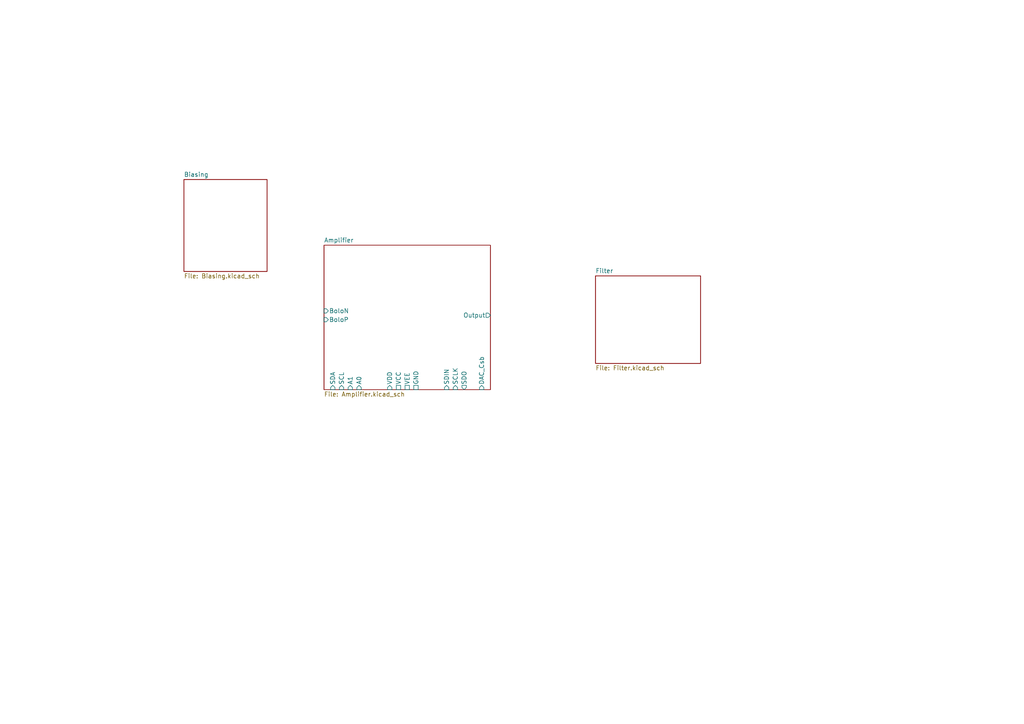
<source format=kicad_sch>
(kicad_sch (version 20211123) (generator eeschema)
  (paper "A4")
  (title_block (title "Channel Bolometer Analog") (date "2023-06-02") (rev "1.0") (company "CEA") (comment 1 "Acquisition system for bolometer readout") (comment 2 "Author: David Baudin"))
  (lib_symbols)
  (sheet (at 172.72 80.01) (size 30.48 25.4) (stroke (width 0.1524))
    (property "Sheet name" "Filter" (at 172.72 79.2984 0) (effects (justify left bottom)))
    (property "Sheet file" "Filter.kicad_sch" (at 172.72 105.9946 0) (effects (justify left top)))
  )
  (sheet (at 93.98 71.12) (size 48.26 41.91) (stroke (width 0.1524))
    (property "Sheet name" "Amplifier" (at 93.98 70.4084 0) (effects (justify left bottom)))
    (property "Sheet file" "Amplifier.kicad_sch" (at 93.98 113.6146 0) (effects (justify left top)))
    (pin "BoloN" input (at 93.98 90.17 180))
    (pin "SDA" input (at 96.52 113.03 270))
    (pin "SCL" input (at 99.06 113.03 270))
    (pin "A1" input (at 101.6 113.03 270))
    (pin "A0" input (at 104.14 113.03 270))
    (pin "VDD" input (at 113.03 113.03 270))
    (pin "Output" output (at 142.24 91.44 0))
    (pin "SCLK" input (at 132.08 113.03 270))
    (pin "DAC_Csb" input (at 139.7 113.03 270))
    (pin "GND" passive (at 120.65 113.03 270))
    (pin "VCC" passive (at 115.57 113.03 270))
    (pin "VEE" passive (at 118.11 113.03 270))
    (pin "BoloP" input (at 93.98 92.71 180))
    (pin "SDO" output (at 134.62 113.03 270))
    (pin "SDIN" input (at 129.54 113.03 270))
  )
  (sheet (at 53.34 52.07) (size 24.13 26.67) (stroke (width 0.1524))
    (property "Sheet name" "Biasing" (at 53.34 51.3584 0) (effects (justify left bottom)))
    (property "Sheet file" "Biasing.kicad_sch" (at 53.34 79.3246 0) (effects (justify left top)))
  )
)
</source>
